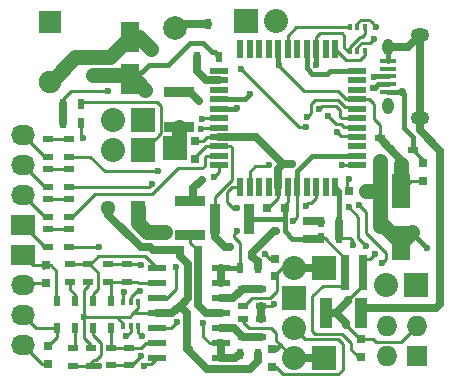
<source format=gbr>
G04 #@! TF.FileFunction,Copper,L1,Top,Signal*
%FSLAX46Y46*%
G04 Gerber Fmt 4.6, Leading zero omitted, Abs format (unit mm)*
G04 Created by KiCad (PCBNEW 4.0.1-stable) date 07/06/2016 1:51:25 PM*
%MOMM*%
G01*
G04 APERTURE LIST*
%ADD10C,0.100000*%
%ADD11R,1.727200X1.727200*%
%ADD12O,1.727200X1.727200*%
%ADD13R,2.032000X2.032000*%
%ADD14O,2.032000X2.032000*%
%ADD15R,1.600000X0.560000*%
%ADD16R,0.560000X1.600000*%
%ADD17R,1.600200X2.999740*%
%ADD18R,0.750000X0.800000*%
%ADD19R,0.800000X0.750000*%
%ADD20C,1.300000*%
%ADD21R,1.300000X1.300000*%
%ADD22C,1.998980*%
%ADD23R,1.998980X1.998980*%
%ADD24R,1.905000X1.905000*%
%ADD25C,1.905000*%
%ADD26R,0.900000X2.500000*%
%ADD27R,2.500000X0.900000*%
%ADD28R,2.032000X1.727200*%
%ADD29O,2.032000X1.727200*%
%ADD30R,0.600000X0.900000*%
%ADD31R,0.900000X0.500000*%
%ADD32R,0.500000X0.900000*%
%ADD33R,0.900000X0.600000*%
%ADD34R,1.500000X0.600000*%
%ADD35R,0.304800X0.508000*%
%ADD36R,1.600200X2.600960*%
%ADD37R,1.000000X2.500000*%
%ADD38R,1.350000X0.400000*%
%ADD39O,0.950000X1.400000*%
%ADD40O,1.550000X1.200000*%
%ADD41C,0.600000*%
%ADD42C,0.400000*%
%ADD43C,0.250000*%
%ADD44C,0.635000*%
%ADD45C,1.270000*%
G04 APERTURE END LIST*
D10*
D11*
X113795000Y-124307600D03*
D12*
X111255000Y-124307600D03*
X113795000Y-121767600D03*
X111255000Y-121767600D03*
D13*
X103378000Y-119380000D03*
D14*
X103378000Y-121920000D03*
D15*
X108720000Y-108140000D03*
X108720000Y-107340000D03*
X108720000Y-106540000D03*
X108720000Y-105740000D03*
X108720000Y-104940000D03*
X108720000Y-104140000D03*
X108720000Y-103340000D03*
X108720000Y-102540000D03*
X108720000Y-101740000D03*
X108720000Y-100940000D03*
X108720000Y-100140000D03*
D16*
X106870000Y-98290000D03*
X106070000Y-98290000D03*
X105270000Y-98290000D03*
X104470000Y-98290000D03*
X103670000Y-98290000D03*
X102870000Y-98290000D03*
X102070000Y-98290000D03*
X101270000Y-98290000D03*
X100470000Y-98290000D03*
X99670000Y-98290000D03*
X98870000Y-98290000D03*
D15*
X97020000Y-100140000D03*
X97020000Y-100940000D03*
X97020000Y-101740000D03*
X97020000Y-102540000D03*
X97020000Y-103340000D03*
X97020000Y-104140000D03*
X97020000Y-104940000D03*
X97020000Y-105740000D03*
X97020000Y-106540000D03*
X97020000Y-107340000D03*
X97020000Y-108140000D03*
D16*
X98870000Y-109990000D03*
X99670000Y-109990000D03*
X100470000Y-109990000D03*
X101270000Y-109990000D03*
X102070000Y-109990000D03*
X102870000Y-109990000D03*
X103670000Y-109990000D03*
X104470000Y-109990000D03*
X105270000Y-109990000D03*
X106070000Y-109990000D03*
X106870000Y-109990000D03*
D17*
X112448800Y-114696240D03*
X112448800Y-110296960D03*
D13*
X113706100Y-118224300D03*
D14*
X111166100Y-118224300D03*
D18*
X101523800Y-123684600D03*
X101523800Y-125184600D03*
X101803200Y-117539200D03*
X101803200Y-116039200D03*
X114303000Y-107936600D03*
X114303000Y-109436600D03*
D19*
X109538200Y-110312200D03*
X108038200Y-110312200D03*
D18*
X104521000Y-114351500D03*
X104521000Y-112851500D03*
D19*
X95238000Y-115316000D03*
X93738000Y-115316000D03*
X102604000Y-111760000D03*
X101104000Y-111760000D03*
D18*
X86360000Y-98945000D03*
X86360000Y-100445000D03*
X95059500Y-107557000D03*
X95059500Y-106057000D03*
X82423000Y-118098000D03*
X82423000Y-116598000D03*
X82550000Y-124956000D03*
X82550000Y-123456000D03*
D20*
X87670000Y-111760000D03*
D21*
X90170000Y-111760000D03*
D18*
X92456000Y-113804000D03*
X92456000Y-115304000D03*
D22*
X93342460Y-96520000D03*
D23*
X93342460Y-106680000D03*
D24*
X82753200Y-95973900D03*
D25*
X82753200Y-101053900D03*
D26*
X96721000Y-112649000D03*
X99621000Y-112649000D03*
D27*
X94592600Y-114048200D03*
X94592600Y-111148200D03*
D13*
X105918000Y-124460000D03*
D14*
X103378000Y-124460000D03*
D28*
X80444800Y-113157000D03*
D29*
X80444800Y-110617000D03*
X80444800Y-108077000D03*
X80444800Y-105537000D03*
D13*
X105918000Y-116840000D03*
D14*
X103378000Y-116840000D03*
D28*
X80444800Y-115697000D03*
D29*
X80444800Y-118237000D03*
X80444800Y-120777000D03*
X80444800Y-123317000D03*
D30*
X96139000Y-96136000D03*
X97089000Y-98936000D03*
X95189000Y-98936000D03*
D31*
X99060000Y-122670000D03*
X99060000Y-121170000D03*
X99060000Y-118566500D03*
X99060000Y-120066500D03*
X100647500Y-122670000D03*
X100647500Y-121170000D03*
X100647500Y-120066500D03*
X100647500Y-118566500D03*
D32*
X105676000Y-114300000D03*
X107176000Y-114300000D03*
X105676000Y-112903000D03*
X107176000Y-112903000D03*
D31*
X82550000Y-105930000D03*
X82550000Y-107430000D03*
X82550000Y-108470000D03*
X82550000Y-109970000D03*
X82550000Y-111010000D03*
X82550000Y-112510000D03*
X82550000Y-113550000D03*
X82550000Y-115050000D03*
X84328000Y-107430000D03*
X84328000Y-105930000D03*
X84328000Y-109970000D03*
X84328000Y-108470000D03*
X84328000Y-112510000D03*
X84328000Y-111010000D03*
X84328000Y-115050000D03*
X84328000Y-113550000D03*
X89395300Y-123570300D03*
X89395300Y-125070300D03*
X87871300Y-123570300D03*
X87871300Y-125070300D03*
X89281000Y-117971000D03*
X89281000Y-116471000D03*
X87630000Y-117971000D03*
X87630000Y-116471000D03*
D32*
X86372000Y-119634000D03*
X87872000Y-119634000D03*
X86372000Y-121920000D03*
X87872000Y-121920000D03*
X98818000Y-124079000D03*
X100318000Y-124079000D03*
D31*
X84455000Y-117971000D03*
X84455000Y-116471000D03*
X84709000Y-123583000D03*
X84709000Y-125083000D03*
D32*
X83324000Y-119634000D03*
X84824000Y-119634000D03*
X83324000Y-121920000D03*
X84824000Y-121920000D03*
X85332000Y-102946200D03*
X83832000Y-102946200D03*
X83832000Y-104546400D03*
X85332000Y-104546400D03*
X100318000Y-116840000D03*
X98818000Y-116840000D03*
D31*
X85979000Y-116471000D03*
X85979000Y-117971000D03*
X86233000Y-123583000D03*
X86233000Y-125083000D03*
D33*
X113464800Y-106807000D03*
X110664800Y-107757000D03*
X110664800Y-105857000D03*
D34*
X97213400Y-124485400D03*
X97213400Y-123215400D03*
X97213400Y-121945400D03*
X97213400Y-120675400D03*
X97213400Y-119405400D03*
X97213400Y-118135400D03*
X97213400Y-116865400D03*
X91813400Y-116865400D03*
X91813400Y-118135400D03*
X91813400Y-119405400D03*
X91813400Y-120675400D03*
X91813400Y-121945400D03*
X91813400Y-123215400D03*
X91813400Y-124485400D03*
D35*
X90195400Y-119710200D03*
X88925400Y-119710200D03*
X90195400Y-121742200D03*
X89560400Y-119710200D03*
X88925400Y-121742200D03*
X89560400Y-121742200D03*
X108140500Y-98488500D03*
X109410500Y-98488500D03*
X108140500Y-96456500D03*
X108775500Y-98488500D03*
X109410500Y-96456500D03*
X108775500Y-96456500D03*
D36*
X89535000Y-97259140D03*
X89535000Y-100860860D03*
D13*
X90604800Y-106807000D03*
D14*
X88064800Y-106807000D03*
D13*
X90604800Y-104267000D03*
D14*
X88064800Y-104267000D03*
D27*
X93703600Y-101953400D03*
X93703600Y-104853400D03*
D13*
X99339400Y-95935800D03*
D14*
X101879400Y-95935800D03*
D19*
X107746100Y-116039900D03*
X109246100Y-116039900D03*
X107746100Y-117195600D03*
X109246100Y-117195600D03*
X107758800Y-118351300D03*
X109258800Y-118351300D03*
D18*
X109054900Y-124321000D03*
X109054900Y-122821000D03*
D37*
X106094400Y-120650000D03*
X109094400Y-120650000D03*
D38*
X111340460Y-101910300D03*
X111340460Y-101260300D03*
X111340460Y-100610300D03*
X111340460Y-99960300D03*
X111340460Y-99310300D03*
D39*
X111340460Y-103110300D03*
X111340460Y-98110300D03*
D40*
X114040460Y-104110300D03*
X114040460Y-97110300D03*
D41*
X100965000Y-115620800D03*
X112588500Y-101955600D03*
X91328700Y-98298000D03*
X114645900Y-115150900D03*
X110670800Y-113271300D03*
X98008900Y-115062000D03*
X110248700Y-115646200D03*
X108054600Y-109296200D03*
X103261620Y-108000800D03*
X105123440Y-112872520D03*
X101886498Y-113662460D03*
X105283000Y-99631500D03*
X102108000Y-99631500D03*
X94488000Y-123698000D03*
X99822000Y-115887500D03*
X85623400Y-120980200D03*
X85572600Y-105791000D03*
X90805000Y-101757598D03*
X112464800Y-107982000D03*
X111623300Y-106781600D03*
X107462780Y-108071920D03*
X104455420Y-104861360D03*
X98918220Y-99969320D03*
X87691420Y-101833680D03*
X103342900Y-112852200D03*
X98542300Y-113715800D03*
X107020820Y-105272840D03*
X90376200Y-118778020D03*
X106304540Y-103946960D03*
X89202720Y-122577860D03*
X105524760Y-103398320D03*
X93401340Y-116707920D03*
X104518920Y-104061260D03*
X93508020Y-121406920D03*
X99685300Y-102095300D03*
X110061200Y-101574600D03*
X110200900Y-100622100D03*
X98580400Y-103251000D03*
X95580200Y-104190800D03*
X91871800Y-108635800D03*
X95529400Y-105079800D03*
X91389200Y-109677200D03*
X86871000Y-115087400D03*
X96599200Y-109143800D03*
X98577400Y-111785400D03*
X108051600Y-111683800D03*
X109474000Y-114960400D03*
X101295200Y-108102400D03*
X108940600Y-111506000D03*
X110820200Y-116408200D03*
X104397000Y-111544100D03*
X95697500Y-121462800D03*
X108407200Y-114884200D03*
X101727000Y-119888000D03*
X110378700Y-96428560D03*
X110134860Y-97434400D03*
X90500200Y-122605800D03*
X90474800Y-124256800D03*
X88976200Y-118872000D03*
X90449400Y-116586000D03*
X90678000Y-125095000D03*
X86918800Y-125120400D03*
X95583200Y-109347000D03*
X95380000Y-102717600D03*
D42*
X101523800Y-123684600D02*
X101842000Y-123684600D01*
X101842000Y-123684600D02*
X102222300Y-123304300D01*
D43*
X99060000Y-121170000D02*
X99060000Y-121412000D01*
X99060000Y-121412000D02*
X99568000Y-121920000D01*
X99568000Y-121920000D02*
X101473000Y-121920000D01*
X101473000Y-121920000D02*
X101854000Y-122301000D01*
X101854000Y-122301000D02*
X101854000Y-122936000D01*
X101854000Y-122936000D02*
X102222300Y-123304300D01*
X102222300Y-123304300D02*
X103378000Y-124460000D01*
D44*
X105918000Y-124460000D02*
X103378000Y-124460000D01*
D43*
X101523800Y-125184600D02*
X101842000Y-125184600D01*
X101842000Y-125184600D02*
X102489000Y-125831600D01*
X102489000Y-125831600D02*
X107137200Y-125831600D01*
X107137200Y-125831600D02*
X107518200Y-125450600D01*
X107518200Y-125450600D02*
X107518200Y-123266200D01*
X107518200Y-123266200D02*
X107111800Y-122859800D01*
X107111800Y-122859800D02*
X104317800Y-122859800D01*
X104317800Y-122859800D02*
X103378000Y-121920000D01*
X99060000Y-120066500D02*
X99135500Y-120066500D01*
X99135500Y-120066500D02*
X99822000Y-119380000D01*
X99822000Y-119380000D02*
X101346000Y-119380000D01*
X101346000Y-119380000D02*
X101981000Y-118745000D01*
X101981000Y-118745000D02*
X101981000Y-117221000D01*
X101981000Y-117221000D02*
X102362000Y-116840000D01*
X102362000Y-116840000D02*
X103378000Y-116840000D01*
D44*
X105918000Y-116840000D02*
X103378000Y-116840000D01*
D43*
X101803200Y-116039200D02*
X101383400Y-116039200D01*
X101383400Y-116039200D02*
X100965000Y-115620800D01*
D45*
X82753200Y-101053900D02*
X82816700Y-101053900D01*
X82816700Y-101053900D02*
X84895602Y-98974998D01*
X84895602Y-98974998D02*
X86360000Y-98974998D01*
X86360000Y-98974998D02*
X86360000Y-98945000D01*
D43*
X114303000Y-107936600D02*
X114303000Y-107645200D01*
X114303000Y-107645200D02*
X113464800Y-106807000D01*
D42*
X113464800Y-105765600D02*
X113464800Y-106807000D01*
X112530500Y-101910300D02*
X112677400Y-102057200D01*
X112677400Y-102057200D02*
X112677400Y-104978200D01*
X112677400Y-104978200D02*
X113464800Y-105765600D01*
D44*
X89535000Y-97259140D02*
X90289840Y-97259140D01*
D45*
X90289840Y-97259140D02*
X91328700Y-98298000D01*
D44*
X112543200Y-101910300D02*
X112530500Y-101910300D01*
X112588500Y-101955600D02*
X112543200Y-101910300D01*
D42*
X111340460Y-101910300D02*
X112530500Y-101910300D01*
D45*
X86360000Y-98945000D02*
X87849140Y-98945000D01*
X87849140Y-98945000D02*
X89535000Y-97259140D01*
X110670800Y-110286800D02*
X109563600Y-110286800D01*
X109563600Y-110286800D02*
X109538200Y-110312200D01*
X110670800Y-113271300D02*
X110670800Y-110286800D01*
X110670800Y-110286800D02*
X110670800Y-107763000D01*
X110670800Y-107763000D02*
X110664800Y-107757000D01*
D42*
X114645900Y-115150900D02*
X113364470Y-113869470D01*
X113364470Y-113869470D02*
X113364470Y-113780570D01*
D45*
X113364470Y-113780570D02*
X112448800Y-114696240D01*
D44*
X96721000Y-112649000D02*
X96721000Y-114231300D01*
X110664800Y-113265300D02*
X110664800Y-112912240D01*
X110670800Y-113271300D02*
X110664800Y-113265300D01*
X97551700Y-115062000D02*
X98008900Y-115062000D01*
X96721000Y-114231300D02*
X97551700Y-115062000D01*
D45*
X110664800Y-112912240D02*
X112448800Y-114696240D01*
D43*
X96721000Y-112649000D02*
X96721000Y-110797000D01*
X98031000Y-106540000D02*
X97020000Y-106540000D01*
X98171000Y-106680000D02*
X98031000Y-106540000D01*
X98171000Y-109347000D02*
X98171000Y-106680000D01*
X96721000Y-110797000D02*
X98171000Y-109347000D01*
X97020000Y-106540000D02*
X95961500Y-106540000D01*
X95961500Y-106540000D02*
X95059500Y-107442000D01*
X95059500Y-107442000D02*
X95059500Y-107557000D01*
D44*
X107758800Y-118351300D02*
X107758800Y-117208300D01*
X107758800Y-117208300D02*
X107746100Y-117195600D01*
X107758800Y-118351300D02*
X107758800Y-116052600D01*
X107758800Y-116052600D02*
X107746100Y-116039900D01*
D43*
X107758800Y-118351300D02*
X105829100Y-118351300D01*
X108204000Y-123710700D02*
X108814300Y-124321000D01*
X108204000Y-123139200D02*
X108204000Y-123710700D01*
X107467400Y-122402600D02*
X108204000Y-123139200D01*
X105174202Y-122402600D02*
X107467400Y-122402600D01*
X104952800Y-122181198D02*
X105174202Y-122402600D01*
X104952800Y-119227600D02*
X104952800Y-122181198D01*
X105829100Y-118351300D02*
X104952800Y-119227600D01*
X108814300Y-124321000D02*
X109054900Y-124321000D01*
D44*
X107746100Y-116039900D02*
X107746100Y-118338600D01*
X107746100Y-118338600D02*
X107758800Y-118351300D01*
D43*
X105676000Y-114300000D02*
X106006200Y-114300000D01*
X106006200Y-114300000D02*
X107746100Y-116039900D01*
X105676000Y-114300000D02*
X105689400Y-114300000D01*
D42*
X99621000Y-112649000D02*
X102604000Y-112649000D01*
X102604000Y-112649000D02*
X102362000Y-112649000D01*
X104521000Y-114351500D02*
X103239000Y-114351500D01*
X102604000Y-113716500D02*
X102604000Y-111760000D01*
X103239000Y-114351500D02*
X102604000Y-113716500D01*
D43*
X102604000Y-111760000D02*
X102604000Y-111454500D01*
X102604000Y-111454500D02*
X102870000Y-111188500D01*
X102870000Y-111188500D02*
X102870000Y-109990000D01*
X102362000Y-112649000D02*
X102604000Y-112407000D01*
X102604000Y-112407000D02*
X102604000Y-111760000D01*
D44*
X104521000Y-114351500D02*
X105624500Y-114351500D01*
X105624500Y-114351500D02*
X105676000Y-114300000D01*
D43*
X94592600Y-114048200D02*
X94592600Y-114670600D01*
X94592600Y-114670600D02*
X95238000Y-115316000D01*
D44*
X97213400Y-120675400D02*
X95973900Y-120675400D01*
X95238000Y-119939500D02*
X95238000Y-115316000D01*
X95973900Y-120675400D02*
X95238000Y-119939500D01*
D43*
X109054900Y-122821000D02*
X110082900Y-122821000D01*
X112486900Y-123075700D02*
X113795000Y-121767600D01*
X110337600Y-123075700D02*
X112486900Y-123075700D01*
X110082900Y-122821000D02*
X110337600Y-123075700D01*
D44*
X106094400Y-120650000D02*
X106997500Y-120650000D01*
X106997500Y-120650000D02*
X107810300Y-121462800D01*
X107810300Y-121462800D02*
X107810300Y-121615200D01*
X107988100Y-119519700D02*
X107988100Y-119659400D01*
X107988100Y-119659400D02*
X106997500Y-120650000D01*
X109246100Y-117195600D02*
X109246100Y-116039900D01*
X109258800Y-118351300D02*
X109258800Y-117208300D01*
X109258800Y-117208300D02*
X109246100Y-117195600D01*
X109246100Y-116039900D02*
X109246100Y-118338600D01*
X109246100Y-118338600D02*
X109258800Y-118351300D01*
D43*
X109054900Y-122821000D02*
X109016100Y-122821000D01*
X109016100Y-122821000D02*
X107810300Y-121615200D01*
X107810300Y-121615200D02*
X106845100Y-120650000D01*
X106845100Y-120650000D02*
X106094400Y-120650000D01*
X106094400Y-120650000D02*
X106997500Y-120650000D01*
X107988100Y-119519700D02*
X109156500Y-118351300D01*
X106997500Y-120650000D02*
X107988100Y-119659400D01*
X109156500Y-118351300D02*
X109258800Y-118351300D01*
D44*
X109246100Y-118338600D02*
X109258800Y-118351300D01*
D43*
X109246100Y-116039900D02*
X109855000Y-116039900D01*
X109855000Y-116039900D02*
X110248700Y-115646200D01*
X108720000Y-102540000D02*
X107823200Y-102540000D01*
X102108000Y-99720400D02*
X102108000Y-99631500D01*
X104241600Y-101854000D02*
X102108000Y-99720400D01*
X107137200Y-101854000D02*
X104241600Y-101854000D01*
X107823200Y-102540000D02*
X107137200Y-101854000D01*
D44*
X93738000Y-115316000D02*
X92468000Y-115316000D01*
X92468000Y-115316000D02*
X92456000Y-115304000D01*
D43*
X110664800Y-105857000D02*
X110664800Y-104746600D01*
X109779000Y-102540000D02*
X108720000Y-102540000D01*
X110159800Y-102920800D02*
X109779000Y-102540000D01*
X110159800Y-104241600D02*
X110159800Y-102920800D01*
X110664800Y-104746600D02*
X110159800Y-104241600D01*
X114303000Y-109436600D02*
X113309160Y-109436600D01*
X113309160Y-109436600D02*
X112448800Y-110296960D01*
X107914200Y-110286800D02*
X107914200Y-109436600D01*
X107914200Y-109436600D02*
X108054600Y-109296200D01*
D42*
X89535000Y-100860860D02*
X89870740Y-100860860D01*
X89870740Y-100860860D02*
X91087400Y-99644200D01*
X96679600Y-98526600D02*
X97089000Y-98936000D01*
X96446800Y-98526600D02*
X96679600Y-98526600D01*
X95659400Y-97739200D02*
X96446800Y-98526600D01*
X94618000Y-97739200D02*
X95659400Y-97739200D01*
X92713000Y-99644200D02*
X94618000Y-97739200D01*
X91087400Y-99644200D02*
X92713000Y-99644200D01*
D43*
X108140500Y-98488500D02*
X107950000Y-98488500D01*
X107950000Y-98488500D02*
X107632500Y-98171000D01*
X108140500Y-98488500D02*
X108140500Y-98107500D01*
X109410500Y-97028000D02*
X109410500Y-96456500D01*
X109156500Y-97282000D02*
X109410500Y-97028000D01*
X108966000Y-97282000D02*
X109156500Y-97282000D01*
X108140500Y-98107500D02*
X108966000Y-97282000D01*
X107632500Y-98171000D02*
X107632500Y-97155000D01*
X107632500Y-97155000D02*
X107442000Y-96964500D01*
X107442000Y-96964500D02*
X105600500Y-96964500D01*
X105600500Y-96964500D02*
X105270000Y-97295000D01*
D44*
X102507240Y-108000800D02*
X103261620Y-108000800D01*
X99822000Y-115887500D02*
X99822000Y-115547600D01*
X101707140Y-113662460D02*
X101886498Y-113662460D01*
X99822000Y-115547600D02*
X101707140Y-113662460D01*
X105123440Y-112872520D02*
X105123440Y-112851500D01*
X105123440Y-112851500D02*
X105123440Y-112872520D01*
X105123440Y-112872520D02*
X105123440Y-112851500D01*
X97020000Y-105740000D02*
X100182940Y-105740000D01*
X102443740Y-108000800D02*
X102507240Y-108000800D01*
X100182940Y-105740000D02*
X102443740Y-108000800D01*
X102070000Y-109990000D02*
X102070000Y-108438040D01*
X102070000Y-108438040D02*
X102507240Y-108000800D01*
D43*
X95059500Y-106057000D02*
X95695200Y-106057000D01*
X96012200Y-105740000D02*
X97020000Y-105740000D01*
X95695200Y-106057000D02*
X96012200Y-105740000D01*
D42*
X105270000Y-98290000D02*
X105270000Y-99618500D01*
X105270000Y-99618500D02*
X105283000Y-99631500D01*
X102070000Y-99593500D02*
X102070000Y-98290000D01*
X102108000Y-99631500D02*
X102070000Y-99593500D01*
D44*
X93738000Y-120003000D02*
X93801500Y-120003000D01*
X93738000Y-115836000D02*
X93738000Y-115316000D01*
X94402998Y-116500998D02*
X93738000Y-115836000D01*
X94402998Y-119401502D02*
X94402998Y-116500998D01*
X93801500Y-120003000D02*
X94402998Y-119401502D01*
D43*
X105270000Y-97295000D02*
X105270000Y-98290000D01*
X101104000Y-111760000D02*
X101219000Y-111760000D01*
X101219000Y-111760000D02*
X102070000Y-110909000D01*
X102070000Y-110909000D02*
X102070000Y-109990000D01*
X95059500Y-106057000D02*
X95059500Y-105918000D01*
D44*
X104521000Y-112851500D02*
X105123440Y-112851500D01*
X105123440Y-112851500D02*
X105624500Y-112851500D01*
X105624500Y-112851500D02*
X105676000Y-112903000D01*
X100318000Y-116840000D02*
X100318000Y-116193000D01*
X94488000Y-123698000D02*
X94361000Y-123698000D01*
X100318000Y-116193000D02*
X99822000Y-115887500D01*
X100318000Y-124079000D02*
X100318000Y-124726000D01*
X94361000Y-120626000D02*
X93738000Y-120003000D01*
X94361000Y-123698000D02*
X94361000Y-120626000D01*
X96012000Y-125349000D02*
X94361000Y-123698000D01*
X99695000Y-125349000D02*
X96012000Y-125349000D01*
X100318000Y-124726000D02*
X99695000Y-125349000D01*
X91813400Y-120675400D02*
X93065600Y-120675400D01*
X93065600Y-120675400D02*
X93738000Y-120003000D01*
D43*
X85332000Y-104546400D02*
X85332000Y-105550400D01*
X85623400Y-120980200D02*
X85623400Y-120954800D01*
X85332000Y-105550400D02*
X85572600Y-105791000D01*
X91813400Y-120675400D02*
X89738200Y-120675400D01*
X89712800Y-120700800D02*
X89712800Y-120726200D01*
X89738200Y-120675400D02*
X89712800Y-120700800D01*
X88366600Y-120954800D02*
X89484200Y-120954800D01*
X90195400Y-120243600D02*
X90195400Y-119710200D01*
X89484200Y-120954800D02*
X89712800Y-120726200D01*
X89712800Y-120726200D02*
X90195400Y-120243600D01*
X88925400Y-121742200D02*
X88925400Y-121513600D01*
X88925400Y-121513600D02*
X88366600Y-120954800D01*
X88366600Y-120954800D02*
X85623400Y-120954800D01*
X86233000Y-123367800D02*
X85623400Y-122758200D01*
X85979000Y-118338600D02*
X85979000Y-117971000D01*
X85623400Y-118694200D02*
X85979000Y-118338600D01*
X85623400Y-122758200D02*
X85623400Y-120954800D01*
X85623400Y-120954800D02*
X85623400Y-118694200D01*
X86233000Y-123583000D02*
X86233000Y-123367800D01*
D45*
X86360000Y-100445000D02*
X89119140Y-100445000D01*
X89119140Y-100445000D02*
X89535000Y-100860860D01*
D44*
X92456000Y-115304000D02*
X91428000Y-115304000D01*
X90424000Y-115062000D02*
X87670000Y-112308000D01*
X91186000Y-115062000D02*
X90424000Y-115062000D01*
X91428000Y-115304000D02*
X91186000Y-115062000D01*
X87670000Y-112308000D02*
X87670000Y-111760000D01*
D45*
X89535000Y-100860860D02*
X89908262Y-100860860D01*
X89908262Y-100860860D02*
X90805000Y-101757598D01*
D44*
X112448800Y-110296960D02*
X112448800Y-107641000D01*
X112448800Y-107641000D02*
X111623300Y-106815500D01*
D45*
X112464800Y-107982000D02*
X112448800Y-107982000D01*
X112448800Y-107982000D02*
X112448800Y-110296960D01*
D44*
X111623300Y-106781600D02*
X111623300Y-106815500D01*
X111606350Y-106798550D02*
X111623300Y-106781600D01*
X111623300Y-106781600D02*
X111606350Y-106798550D01*
X111623300Y-106815500D02*
X110664800Y-105857000D01*
X113795000Y-121767600D02*
X113795000Y-121386600D01*
D43*
X113795000Y-121084800D02*
X113795000Y-121767600D01*
X113795000Y-121767600D02*
X113795000Y-121666000D01*
D42*
X113795000Y-121767600D02*
X113795000Y-121742200D01*
D43*
X82423000Y-118098000D02*
X80583800Y-118098000D01*
X80583800Y-118098000D02*
X80444800Y-118237000D01*
X82423000Y-116598000D02*
X81345800Y-116598000D01*
X81345800Y-116598000D02*
X80444800Y-115697000D01*
X83286600Y-117041800D02*
X83286600Y-119596600D01*
X82842800Y-116598000D02*
X83286600Y-117041800D01*
X82423000Y-116598000D02*
X82842800Y-116598000D01*
X83286600Y-119596600D02*
X83324000Y-119634000D01*
X82181000Y-116840000D02*
X82423000Y-116598000D01*
X82550000Y-124956000D02*
X82083800Y-124956000D01*
X82083800Y-124956000D02*
X80444800Y-123317000D01*
X83324000Y-121920000D02*
X81587800Y-121920000D01*
X81587800Y-121920000D02*
X80444800Y-120777000D01*
X83324000Y-121920000D02*
X83324000Y-122682000D01*
X83324000Y-122682000D02*
X82550000Y-123456000D01*
D45*
X93703600Y-106318860D02*
X93342460Y-106680000D01*
X93703600Y-104853400D02*
X93703600Y-106318860D01*
D43*
X90604800Y-106807000D02*
X90757200Y-106807000D01*
X90757200Y-106807000D02*
X92179600Y-105384600D01*
X92179600Y-105384600D02*
X92179600Y-103124000D01*
X92179600Y-103124000D02*
X91824000Y-102768400D01*
X91824000Y-102768400D02*
X85509800Y-102768400D01*
X85509800Y-102768400D02*
X85332000Y-102946200D01*
X90170000Y-106680000D02*
X90170000Y-106172000D01*
X85471000Y-102946200D02*
X85332000Y-102946200D01*
D45*
X92456000Y-113804000D02*
X90944000Y-113804000D01*
X90170000Y-113030000D02*
X90170000Y-111760000D01*
X90944000Y-113804000D02*
X90170000Y-113030000D01*
D44*
X96139000Y-96136000D02*
X93726460Y-96136000D01*
X93726460Y-96136000D02*
X93342460Y-96520000D01*
X83832000Y-104546400D02*
X83832000Y-102946200D01*
D43*
X83832000Y-102946200D02*
X83832000Y-102482540D01*
X107530860Y-108140000D02*
X108720000Y-108140000D01*
X107462780Y-108071920D02*
X107530860Y-108140000D01*
X103810260Y-104861360D02*
X104455420Y-104861360D01*
X98918220Y-99969320D02*
X103810260Y-104861360D01*
X84480860Y-101833680D02*
X87691420Y-101833680D01*
X83832000Y-102482540D02*
X84480860Y-101833680D01*
X98818000Y-116840000D02*
X98818000Y-114740800D01*
X103673100Y-112522000D02*
X103673100Y-109993100D01*
X103342900Y-112852200D02*
X103673100Y-112522000D01*
X98288300Y-113969800D02*
X98542300Y-113715800D01*
X98288300Y-114211100D02*
X98288300Y-113969800D01*
X98818000Y-114740800D02*
X98288300Y-114211100D01*
X103673100Y-109993100D02*
X103670000Y-109990000D01*
D42*
X103670000Y-109990000D02*
X103670000Y-108610500D01*
X103670000Y-108610500D02*
X104940500Y-107340000D01*
X104940500Y-107340000D02*
X108720000Y-107340000D01*
X103695500Y-110015500D02*
X103670000Y-109990000D01*
X98818000Y-116840000D02*
X97238800Y-116840000D01*
X97238800Y-116840000D02*
X97213400Y-116865400D01*
D44*
X97213400Y-118135400D02*
X97213400Y-116865400D01*
D43*
X89560400Y-119710200D02*
X89560400Y-119311880D01*
X107422140Y-105674160D02*
X108654160Y-105674160D01*
X107020820Y-105272840D02*
X107422140Y-105674160D01*
X90094260Y-118778020D02*
X90376200Y-118778020D01*
X89560400Y-119311880D02*
X90094260Y-118778020D01*
X108654160Y-105674160D02*
X108720000Y-105740000D01*
X89560400Y-121742200D02*
X89560400Y-122220180D01*
X107645660Y-104902000D02*
X108682000Y-104902000D01*
X107361180Y-104617520D02*
X107645660Y-104902000D01*
X106975100Y-104617520D02*
X107361180Y-104617520D01*
X106304540Y-103946960D02*
X106975100Y-104617520D01*
X89560400Y-122220180D02*
X89202720Y-122577860D01*
X108682000Y-104902000D02*
X108720000Y-104940000D01*
X91813400Y-119405400D02*
X92613940Y-119405400D01*
X107432300Y-104140000D02*
X108720000Y-104140000D01*
X107307840Y-104015540D02*
X107432300Y-104140000D01*
X107307840Y-103489760D02*
X107307840Y-104015540D01*
X106952240Y-103134160D02*
X107307840Y-103489760D01*
X105788920Y-103134160D02*
X106952240Y-103134160D01*
X105524760Y-103398320D02*
X105788920Y-103134160D01*
X93401340Y-118618000D02*
X93401340Y-116707920D01*
X92613940Y-119405400D02*
X93401340Y-118618000D01*
D42*
X91813400Y-119405400D02*
X92557600Y-119405400D01*
D43*
X91813400Y-121945400D02*
X92969540Y-121945400D01*
X107742180Y-103220520D02*
X108600520Y-103220520D01*
X107122420Y-102600760D02*
X107742180Y-103220520D01*
X105204720Y-102600760D02*
X107122420Y-102600760D01*
X104882140Y-102923340D02*
X105204720Y-102600760D01*
X104882140Y-103698040D02*
X104882140Y-102923340D01*
X104518920Y-104061260D02*
X104882140Y-103698040D01*
X92969540Y-121945400D02*
X93508020Y-121406920D01*
X108600520Y-103220520D02*
X108720000Y-103340000D01*
D42*
X108694500Y-103314500D02*
X108720000Y-103340000D01*
X104470000Y-98290000D02*
X104470000Y-99898000D01*
X106425500Y-100140000D02*
X108720000Y-100140000D01*
X106172000Y-100393500D02*
X106425500Y-100140000D01*
X104965500Y-100393500D02*
X106172000Y-100393500D01*
X104470000Y-99898000D02*
X104965500Y-100393500D01*
D43*
X109410500Y-98488500D02*
X109410500Y-98806000D01*
X107767000Y-99187000D02*
X106870000Y-98290000D01*
X109029500Y-99187000D02*
X107767000Y-99187000D01*
X109410500Y-98806000D02*
X109029500Y-99187000D01*
X108140500Y-96456500D02*
X103568500Y-96456500D01*
X102870000Y-97155000D02*
X102870000Y-98290000D01*
X103568500Y-96456500D02*
X102870000Y-97155000D01*
D44*
X95189000Y-98936000D02*
X95189000Y-100142000D01*
X95987000Y-100940000D02*
X97020000Y-100940000D01*
X95189000Y-100142000D02*
X95987000Y-100940000D01*
D42*
X111340460Y-101260300D02*
X110540600Y-101260300D01*
X99240600Y-102540000D02*
X97020000Y-102540000D01*
X99685300Y-102095300D02*
X99240600Y-102540000D01*
X110226300Y-101574600D02*
X110061200Y-101574600D01*
X110540600Y-101260300D02*
X110226300Y-101574600D01*
X110212700Y-100610300D02*
X111340460Y-100610300D01*
X110200900Y-100622100D02*
X110212700Y-100610300D01*
X98491400Y-103340000D02*
X98580400Y-103251000D01*
X97020000Y-103340000D02*
X98491400Y-103340000D01*
D43*
X84328000Y-107430000D02*
X86170200Y-107430000D01*
X95631000Y-104140000D02*
X97020000Y-104140000D01*
X95580200Y-104190800D02*
X95631000Y-104140000D01*
X87376000Y-108635800D02*
X91871800Y-108635800D01*
X86170200Y-107430000D02*
X87376000Y-108635800D01*
X84328000Y-109970000D02*
X91096400Y-109970000D01*
X95669200Y-104940000D02*
X97020000Y-104940000D01*
X95529400Y-105079800D02*
X95669200Y-104940000D01*
X91096400Y-109970000D02*
X91389200Y-109677200D01*
X95964600Y-107340000D02*
X97020000Y-107340000D01*
X95862600Y-107442000D02*
X95964600Y-107340000D01*
X95862600Y-108153200D02*
X95862600Y-107442000D01*
X95634000Y-108381800D02*
X95862600Y-108153200D01*
X93576600Y-108381800D02*
X95634000Y-108381800D01*
X91392200Y-110566200D02*
X93576600Y-108381800D01*
X86540800Y-110566200D02*
X91392200Y-110566200D01*
X84597000Y-112510000D02*
X86540800Y-110566200D01*
X84328000Y-112510000D02*
X84597000Y-112510000D01*
X84328000Y-112510000D02*
X84328000Y-112452002D01*
X86833600Y-115050000D02*
X84328000Y-115050000D01*
X86871000Y-115087400D02*
X86833600Y-115050000D01*
X97020000Y-108723000D02*
X96599200Y-109143800D01*
X97020000Y-108140000D02*
X97020000Y-108723000D01*
X98164398Y-109990000D02*
X98870000Y-109990000D01*
X97739200Y-110415198D02*
X98164398Y-109990000D01*
X97739200Y-111277400D02*
X97739200Y-110415198D01*
X98298000Y-111836200D02*
X97739200Y-111277400D01*
X98526600Y-111836200D02*
X98298000Y-111836200D01*
X98577400Y-111785400D02*
X98526600Y-111836200D01*
X108839000Y-112471200D02*
X108051600Y-111683800D01*
X108839000Y-114325400D02*
X108839000Y-112471200D01*
X109474000Y-114960400D02*
X108839000Y-114325400D01*
X111255000Y-121767600D02*
X110769400Y-121767600D01*
X99670000Y-108686200D02*
X99670000Y-109990000D01*
X100126800Y-108229400D02*
X99670000Y-108686200D01*
X101168200Y-108229400D02*
X100126800Y-108229400D01*
X101295200Y-108102400D02*
X101168200Y-108229400D01*
X109499400Y-112064800D02*
X108940600Y-111506000D01*
X109499400Y-113893600D02*
X109499400Y-112064800D01*
X111150400Y-115544600D02*
X109499400Y-113893600D01*
X111150400Y-116078000D02*
X111150400Y-115544600D01*
X110820200Y-116408200D02*
X111150400Y-116078000D01*
X97213400Y-123215400D02*
X96281700Y-123215400D01*
X105270000Y-110899700D02*
X105270000Y-109990000D01*
X104841500Y-111328200D02*
X105270000Y-110899700D01*
X104612900Y-111328200D02*
X104841500Y-111328200D01*
X104397000Y-111544100D02*
X104612900Y-111328200D01*
X95697500Y-122631200D02*
X95697500Y-121462800D01*
X96281700Y-123215400D02*
X95697500Y-122631200D01*
D42*
X105283000Y-110003000D02*
X105270000Y-109990000D01*
X96997500Y-122999500D02*
X97213400Y-123215400D01*
D44*
X97213400Y-124485400D02*
X98411600Y-124485400D01*
X98411600Y-124485400D02*
X98818000Y-124079000D01*
X97213400Y-123215400D02*
X97213400Y-124485400D01*
D43*
X100647500Y-120066500D02*
X101548500Y-120066500D01*
X108102400Y-114300000D02*
X107176000Y-114300000D01*
X108381800Y-114579400D02*
X108102400Y-114300000D01*
X108381800Y-114858800D02*
X108381800Y-114579400D01*
X108407200Y-114884200D02*
X108381800Y-114858800D01*
X101548500Y-120066500D02*
X101727000Y-119888000D01*
D42*
X107176000Y-112903000D02*
X107176000Y-110296000D01*
X107176000Y-110296000D02*
X106870000Y-109990000D01*
D44*
X107176000Y-112903000D02*
X107176000Y-114300000D01*
X100647500Y-121170000D02*
X100647500Y-120066500D01*
D43*
X82550000Y-115050000D02*
X82337800Y-115050000D01*
X82337800Y-115050000D02*
X80444800Y-113157000D01*
X82550000Y-115050000D02*
X82182400Y-115050000D01*
X82550000Y-112510000D02*
X82337800Y-112510000D01*
X82337800Y-112510000D02*
X80444800Y-110617000D01*
X82550000Y-112510000D02*
X82385600Y-112510000D01*
X82550000Y-109970000D02*
X82337800Y-109970000D01*
X82337800Y-109970000D02*
X80444800Y-108077000D01*
X82550000Y-109970000D02*
X82309400Y-109970000D01*
X82550000Y-107430000D02*
X82337800Y-107430000D01*
X82337800Y-107430000D02*
X80444800Y-105537000D01*
X108775500Y-96096280D02*
X108775500Y-96456500D01*
X109083300Y-95788480D02*
X108775500Y-96096280D01*
X109784340Y-95788480D02*
X109083300Y-95788480D01*
X109982460Y-95986600D02*
X109784340Y-95788480D01*
X109982460Y-96032320D02*
X109982460Y-95986600D01*
X110378700Y-96428560D02*
X109982460Y-96032320D01*
X108775500Y-98108898D02*
X108775500Y-98488500D01*
X109129958Y-97754440D02*
X108775500Y-98108898D01*
X109814820Y-97754440D02*
X109129958Y-97754440D01*
X110134860Y-97434400D02*
X109814820Y-97754440D01*
D44*
X99060000Y-122670000D02*
X100647500Y-122670000D01*
X97213400Y-121945400D02*
X98335400Y-121945400D01*
X98335400Y-121945400D02*
X99060000Y-122670000D01*
X97213400Y-119405400D02*
X98221100Y-119405400D01*
X98221100Y-119405400D02*
X99060000Y-118566500D01*
X100647500Y-118566500D02*
X99060000Y-118566500D01*
D43*
X82550000Y-105930000D02*
X84328000Y-105930000D01*
X82550000Y-108470000D02*
X84328000Y-108470000D01*
X82550000Y-111010000D02*
X84328000Y-111010000D01*
X82550000Y-113550000D02*
X84328000Y-113550000D01*
X89395300Y-123570300D02*
X90475500Y-123570300D01*
X90830400Y-123215400D02*
X91813400Y-123215400D01*
X90475500Y-123570300D02*
X90830400Y-123215400D01*
X87871300Y-123570300D02*
X87871300Y-121920700D01*
X87871300Y-121920700D02*
X87872000Y-121920000D01*
X87871300Y-123570300D02*
X89395300Y-123570300D01*
X89395300Y-125070300D02*
X89661300Y-125070300D01*
X89661300Y-125070300D02*
X90474800Y-124256800D01*
X90220800Y-122326400D02*
X90220800Y-121767600D01*
X90500200Y-122605800D02*
X90220800Y-122326400D01*
X90220800Y-121767600D02*
X90195400Y-121742200D01*
X87871300Y-125070300D02*
X89395300Y-125070300D01*
X91813400Y-118135400D02*
X90271600Y-118135400D01*
X90107200Y-117971000D02*
X89281000Y-117971000D01*
X90271600Y-118135400D02*
X90107200Y-117971000D01*
X87872000Y-119634000D02*
X87872000Y-118213000D01*
X87872000Y-118213000D02*
X87630000Y-117971000D01*
X87630000Y-117971000D02*
X89281000Y-117971000D01*
X89281000Y-116471000D02*
X90334400Y-116471000D01*
X88925400Y-118922800D02*
X88925400Y-119710200D01*
X88976200Y-118872000D02*
X88925400Y-118922800D01*
X90334400Y-116471000D02*
X90449400Y-116586000D01*
X87630000Y-116471000D02*
X89281000Y-116471000D01*
X85979000Y-116471000D02*
X86195600Y-116471000D01*
X86195600Y-116471000D02*
X86817200Y-115849400D01*
X90805000Y-115849400D02*
X91813400Y-116857800D01*
X86817200Y-115849400D02*
X90805000Y-115849400D01*
X91813400Y-116857800D02*
X91813400Y-116865400D01*
X85979000Y-116471000D02*
X86067200Y-116471000D01*
X86067200Y-116471000D02*
X86791800Y-117195600D01*
X86372000Y-119012400D02*
X86372000Y-119634000D01*
X86512400Y-118872000D02*
X86372000Y-119012400D01*
X86537800Y-118872000D02*
X86512400Y-118872000D01*
X86791800Y-118618000D02*
X86537800Y-118872000D01*
X86791800Y-117195600D02*
X86791800Y-118618000D01*
X84455000Y-116471000D02*
X85979000Y-116471000D01*
X86233000Y-125083000D02*
X86881400Y-125083000D01*
X91305400Y-124993400D02*
X91813400Y-124485400D01*
X90779600Y-124993400D02*
X91305400Y-124993400D01*
X90678000Y-125095000D02*
X90779600Y-124993400D01*
X86881400Y-125083000D02*
X86918800Y-125120400D01*
X86372000Y-121920000D02*
X86372000Y-122516200D01*
X86233000Y-124815600D02*
X86233000Y-125083000D01*
X86436200Y-124612400D02*
X86233000Y-124815600D01*
X86614000Y-124612400D02*
X86436200Y-124612400D01*
X87045800Y-124180600D02*
X86791800Y-124434600D01*
X86791800Y-124434600D02*
X86614000Y-124612400D01*
X87045800Y-123190000D02*
X87045800Y-124180600D01*
X86372000Y-122516200D02*
X87045800Y-123190000D01*
X84709000Y-125083000D02*
X86233000Y-125083000D01*
X84824000Y-119634000D02*
X84824000Y-119037800D01*
X84455000Y-118668800D02*
X84455000Y-117971000D01*
X84824000Y-119037800D02*
X84455000Y-118668800D01*
X84824000Y-121920000D02*
X84824000Y-123468000D01*
X84824000Y-123468000D02*
X84709000Y-123583000D01*
D44*
X94846600Y-110894200D02*
X94592600Y-111148200D01*
X94846600Y-110083600D02*
X94846600Y-110894200D01*
X95583200Y-109347000D02*
X94846600Y-110083600D01*
X94615800Y-101953400D02*
X95380000Y-102717600D01*
X93703600Y-101953400D02*
X94615800Y-101953400D01*
X94592600Y-111196002D02*
X94592600Y-111148200D01*
X114040460Y-104110300D02*
X114040460Y-105125060D01*
X115455700Y-120230900D02*
X109513500Y-120230900D01*
X115798600Y-119888000D02*
X115455700Y-120230900D01*
X115798600Y-106883200D02*
X115798600Y-119888000D01*
X114040460Y-105125060D02*
X115798600Y-106883200D01*
X109513500Y-120230900D02*
X109094400Y-120650000D01*
D43*
X114705100Y-104110300D02*
X114040460Y-104110300D01*
D44*
X114040460Y-104110300D02*
X114040460Y-97110300D01*
X111340460Y-98110300D02*
X113040460Y-98110300D01*
X113040460Y-98110300D02*
X114040460Y-97110300D01*
D42*
X111340460Y-99310300D02*
X111340460Y-98110300D01*
M02*

</source>
